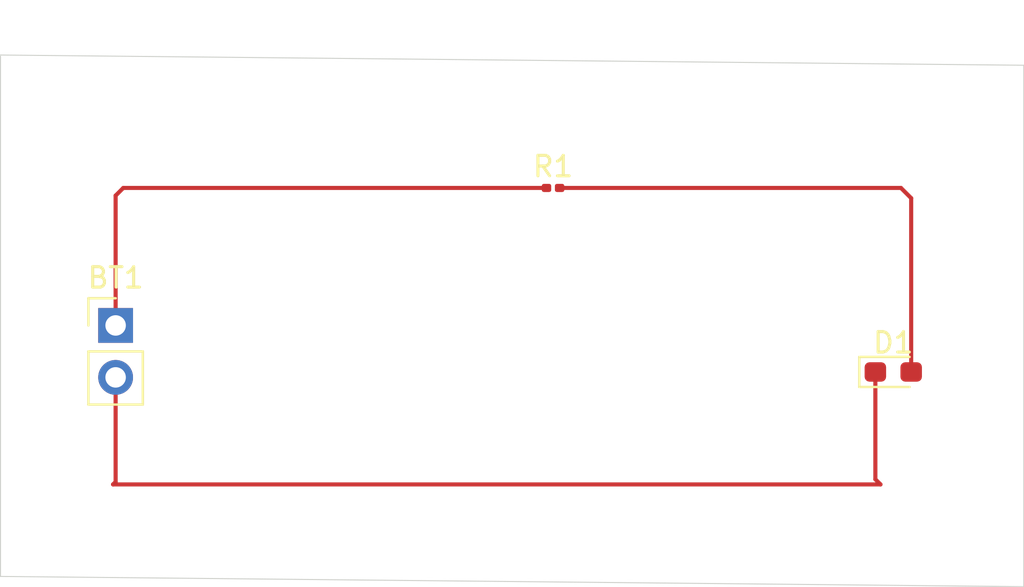
<source format=kicad_pcb>
(kicad_pcb (version 20240108) (generator "pcbnew") (generator_version "8.0")
  (layers (0 "F.Cu" signal) (31 "B.Cu" signal) (34 "B.Paste" user) (35 "F.Paste" user) (36 "B.SilkS" user "B.Silkscreen") (37 "F.SilkS" user "F.Silkscreen") (38 "B.Mask" user) (39 "F.Mask" user) (44 "Edge.Cuts" user))
  (net 0 "")
  (net 1 "Net-(BT1-+)")
  (net 2 "Net-(BT1--)")
  (net 3 "Net-(D1-A)")
  (footprint "Resistor_SMD:R_0201_0603Metric" (layer "F.Cu") (at 167 70.5)
    (property "Reference" "R1" (at 0 -1.05 0) (layer "F.SilkS"))
    (property "Value" "470")
    (pad "1" smd roundrect (at -0.32 0) (size 0.46 0.4) (layers "F.Cu" "F.Mask") (net 1 "Net-(BT1-+)"))
    (pad "2" smd roundrect (at 0.32 0) (size 0.46 0.4) (layers "F.Cu" "F.Mask") (net 3 "Net-(D1-A)"))
  )
  (footprint "LED_SMD:LED_0603_1608Metric_Pad1.05x0.95mm_HandSolder" (layer "F.Cu") (at 183.625 79.5)
    (property "Reference" "D1" (at 0 -1.43 360) (layer "F.SilkS"))
    (property "Value" "LED")
    (fp_line (start -1.66 -0.735) (end -1.66 0.735) (stroke (width 0.12)) (layer "F.SilkS"))
    (fp_line (start -1.66 0.735) (end 0.8 0.735) (stroke (width 0.12)) (layer "F.SilkS"))
    (fp_line (start 0.8 -0.735) (end -1.66 -0.735) (stroke (width 0.12)) (layer "F.SilkS"))
    (pad "1" smd roundrect (at -0.875 0) (size 1.05 0.95) (layers "F.Cu" "F.Paste" "F.Mask") (net 2 "Net-(BT1--)"))
    (pad "2" smd roundrect (at 0.875 0) (size 1.05 0.95) (layers "F.Cu" "F.Paste" "F.Mask") (net 3 "Net-(D1-A)"))
  )
  (footprint "Connector_PinHeader_2.54mm:PinHeader_1x02_P2.54mm_Vertical" (layer "F.Cu") (at 145.625 77.225)
    (property "Reference" "BT1" (at 0 -2.33 0) (layer "F.SilkS"))
    (property "Value" "9v")
    (fp_line (start -1.33 -1.33) (end 0 -1.33) (stroke (width 0.12)) (layer "F.SilkS"))
    (fp_line (start -1.33 0) (end -1.33 -1.33) (stroke (width 0.12)) (layer "F.SilkS"))
    (fp_line (start -1.33 1.27) (end -1.33 3.87) (stroke (width 0.12)) (layer "F.SilkS"))
    (fp_line (start -1.33 1.27) (end 1.33 1.27) (stroke (width 0.12)) (layer "F.SilkS"))
    (fp_line (start -1.33 3.87) (end 1.33 3.87) (stroke (width 0.12)) (layer "F.SilkS"))
    (fp_line (start 1.33 1.27) (end 1.33 3.87) (stroke (width 0.12)) (layer "F.SilkS"))
    (pad "1" thru_hole rect (at 0 0) (size 1.7 1.7) (drill 1) (layers "*.Cu" "*.Mask") (net 1 "Net-(BT1-+)"))
    (pad "2" thru_hole oval (at 0 2.54) (size 1.7 1.7) (drill 1) (layers "*.Cu" "*.Mask") (net 2 "Net-(BT1--)"))
  )
  (gr_line (start 140 64) (end 190 64.5) (stroke (width 0.05)) (layer "Edge.Cuts"))
  (gr_line (start 140 89.5) (end 140 64) (stroke (width 0.05)) (layer "Edge.Cuts"))
  (gr_line (start 190 90) (end 140 89.5) (stroke (width 0.05)) (layer "Edge.Cuts"))
  (gr_line (start 190 64.5) (end 190 90) (stroke (width 0.05)) (layer "Edge.Cuts"))
  (segment (start 145.625 77.225) (end 145.625 70.875) (width 0.2) (layer "F.Cu") (net 1))
  (segment (start 146 70.5) (end 166.68 70.5) (width 0.2) (layer "F.Cu") (net 1))
  (segment (start 145.625 70.875) (end 146 70.5) (width 0.2) (layer "F.Cu") (net 1))
  (segment (start 182.75 79.5) (end 182.75 84.75) (width 0.2) (layer "F.Cu") (net 2))
  (segment (start 182.75 84.75) (end 183 85) (width 0.2) (layer "F.Cu") (net 2))
  (segment (start 183 85) (end 145.5 85) (width 0.2) (layer "F.Cu") (net 2))
  (segment (start 145.5 85) (end 145.625 84.875) (width 0.2) (layer "F.Cu") (net 2))
  (segment (start 145.625 84.875) (end 145.625 79.765) (width 0.2) (layer "F.Cu") (net 2))
  (segment (start 184.5 71) (end 184.5 79.5) (width 0.2) (layer "F.Cu") (net 3))
  (segment (start 167.32 70.5) (end 184 70.5) (width 0.2) (layer "F.Cu") (net 3))
  (segment (start 184 70.5) (end 184.5 71) (width 0.2) (layer "F.Cu") (net 3))
)
</source>
